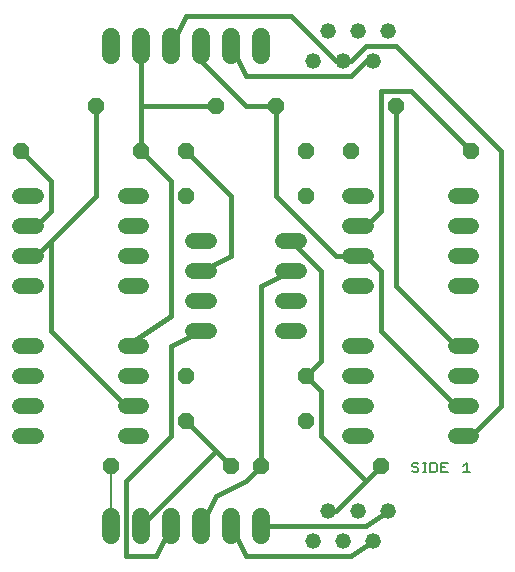
<source format=gtl>
G75*
G70*
%OFA0B0*%
%FSLAX24Y24*%
%IPPOS*%
%LPD*%
%AMOC8*
5,1,8,0,0,1.08239X$1,22.5*
%
%ADD10C,0.0080*%
%ADD11C,0.0520*%
%ADD12OC8,0.0520*%
%ADD13C,0.0520*%
%ADD14C,0.0600*%
%ADD15C,0.0160*%
%ADD16C,0.0079*%
D10*
X014641Y004105D02*
X014694Y004052D01*
X014801Y004052D01*
X014854Y004105D01*
X014854Y004159D01*
X014801Y004212D01*
X014694Y004212D01*
X014641Y004266D01*
X014641Y004319D01*
X014694Y004372D01*
X014801Y004372D01*
X014854Y004319D01*
X015009Y004372D02*
X015116Y004372D01*
X015062Y004372D02*
X015062Y004052D01*
X015009Y004052D02*
X015116Y004052D01*
X015255Y004052D02*
X015415Y004052D01*
X015468Y004105D01*
X015468Y004319D01*
X015415Y004372D01*
X015255Y004372D01*
X015255Y004052D01*
X015623Y004052D02*
X015623Y004372D01*
X015836Y004372D01*
X015730Y004212D02*
X015623Y004212D01*
X015623Y004052D02*
X015836Y004052D01*
X016360Y004052D02*
X016573Y004052D01*
X016466Y004052D02*
X016466Y004372D01*
X016360Y004266D01*
D11*
X016101Y005262D02*
X016621Y005262D01*
X016621Y006262D02*
X016101Y006262D01*
X016101Y007262D02*
X016621Y007262D01*
X016621Y008262D02*
X016101Y008262D01*
X016101Y010262D02*
X016621Y010262D01*
X016621Y011262D02*
X016101Y011262D01*
X016101Y012262D02*
X016621Y012262D01*
X016621Y013262D02*
X016101Y013262D01*
X013101Y013262D02*
X012581Y013262D01*
X012581Y012262D02*
X013101Y012262D01*
X013101Y011262D02*
X012581Y011262D01*
X012581Y010262D02*
X013101Y010262D01*
X013101Y008262D02*
X012581Y008262D01*
X012581Y007262D02*
X013101Y007262D01*
X013101Y006262D02*
X012581Y006262D01*
X012581Y005262D02*
X013101Y005262D01*
X010861Y008762D02*
X010341Y008762D01*
X010341Y009762D02*
X010861Y009762D01*
X010861Y010762D02*
X010341Y010762D01*
X010341Y011762D02*
X010861Y011762D01*
X007861Y011762D02*
X007341Y011762D01*
X007341Y010762D02*
X007861Y010762D01*
X007861Y009762D02*
X007341Y009762D01*
X007341Y008762D02*
X007861Y008762D01*
X005621Y008262D02*
X005101Y008262D01*
X005101Y007262D02*
X005621Y007262D01*
X005621Y006262D02*
X005101Y006262D01*
X005101Y005262D02*
X005621Y005262D01*
X002101Y005262D02*
X001581Y005262D01*
X001581Y006262D02*
X002101Y006262D01*
X002101Y007262D02*
X001581Y007262D01*
X001581Y008262D02*
X002101Y008262D01*
X002101Y010262D02*
X001581Y010262D01*
X001581Y011262D02*
X002101Y011262D01*
X002101Y012262D02*
X001581Y012262D01*
X001581Y013262D02*
X002101Y013262D01*
X005101Y013262D02*
X005621Y013262D01*
X005621Y012262D02*
X005101Y012262D01*
X005101Y011262D02*
X005621Y011262D01*
X005621Y010262D02*
X005101Y010262D01*
D12*
X007101Y007262D03*
X007101Y005762D03*
X008601Y004262D03*
X009601Y004262D03*
X011101Y005762D03*
X011101Y007262D03*
X013601Y004262D03*
X011101Y013262D03*
X011101Y014762D03*
X010101Y016262D03*
X008101Y016262D03*
X007101Y014762D03*
X007101Y013262D03*
X005601Y014762D03*
X004101Y016262D03*
X001601Y014762D03*
X004601Y004262D03*
X012601Y014762D03*
X014101Y016262D03*
X016601Y014762D03*
D13*
X013351Y017762D03*
X012351Y017762D03*
X012851Y018762D03*
X011851Y018762D03*
X011351Y017762D03*
X013851Y018762D03*
X013851Y002762D03*
X013351Y001762D03*
X012351Y001762D03*
X012851Y002762D03*
X011851Y002762D03*
X011351Y001762D03*
D14*
X004601Y001962D02*
X004601Y002562D01*
X005601Y002562D02*
X005601Y001962D01*
X006601Y001962D02*
X006601Y002562D01*
X007601Y002562D02*
X007601Y001962D01*
X008601Y001962D02*
X008601Y002562D01*
X009601Y002562D02*
X009601Y001962D01*
X009601Y017962D02*
X009601Y018562D01*
X008601Y018562D02*
X008601Y017962D01*
X007601Y017962D02*
X007601Y018562D01*
X006601Y018562D02*
X006601Y017962D01*
X005601Y017962D02*
X005601Y018562D01*
X004601Y018562D02*
X004601Y017962D01*
D15*
X005601Y018262D02*
X005601Y016262D01*
X005601Y014762D01*
X006601Y013762D01*
X006601Y009262D01*
X005101Y008262D01*
X006601Y008262D02*
X007601Y008762D01*
X006601Y008262D02*
X006601Y005262D01*
X005101Y003762D01*
X005101Y001262D01*
X006101Y001262D01*
X006601Y002262D01*
X007601Y002262D02*
X008101Y003262D01*
X009101Y003762D01*
X009601Y004262D01*
X009601Y010262D01*
X010601Y010762D01*
X011601Y010762D02*
X010601Y011762D01*
X011601Y010762D02*
X011601Y007762D01*
X011101Y007262D01*
X011601Y006762D01*
X011601Y005262D01*
X013101Y003762D01*
X012101Y002762D01*
X011851Y002762D01*
X013101Y002262D02*
X013851Y002762D01*
X013101Y002262D02*
X009601Y002262D01*
X008601Y002262D02*
X009101Y001262D01*
X012601Y001262D01*
X013351Y001762D01*
X013101Y003762D02*
X013601Y004262D01*
X016101Y005262D02*
X016601Y005262D01*
X017601Y006262D01*
X017601Y014762D01*
X014101Y018262D01*
X013101Y018262D01*
X012601Y017762D01*
X012351Y017762D01*
X012101Y017762D01*
X010601Y019262D01*
X007101Y019262D01*
X006601Y018262D01*
X007601Y018262D02*
X007601Y017762D01*
X009101Y016262D01*
X010101Y016262D01*
X010101Y013262D01*
X012101Y011262D01*
X013101Y011262D01*
X013601Y010762D01*
X013601Y008762D01*
X016101Y006262D01*
X016101Y008262D02*
X014101Y010262D01*
X014101Y016262D01*
X013601Y016762D02*
X014601Y016762D01*
X016601Y014762D01*
X013601Y012762D02*
X013601Y016762D01*
X013351Y017762D02*
X013101Y017762D01*
X012601Y017262D01*
X009101Y017262D01*
X008601Y018262D01*
X008101Y016262D02*
X005601Y016262D01*
X004101Y016262D02*
X004101Y013262D01*
X002601Y011762D01*
X002601Y008762D01*
X005101Y006262D01*
X007101Y005762D02*
X008101Y004762D01*
X005601Y002262D01*
X008101Y004762D02*
X008601Y004262D01*
X007601Y010762D02*
X008601Y011262D01*
X008601Y013262D01*
X007101Y014762D01*
X002601Y013762D02*
X002601Y012762D01*
X002101Y012262D01*
X002601Y011762D02*
X002101Y011262D01*
X002601Y013762D02*
X001601Y014762D01*
X013101Y012262D02*
X013601Y012762D01*
D16*
X004601Y004262D02*
X004601Y002262D01*
M02*

</source>
